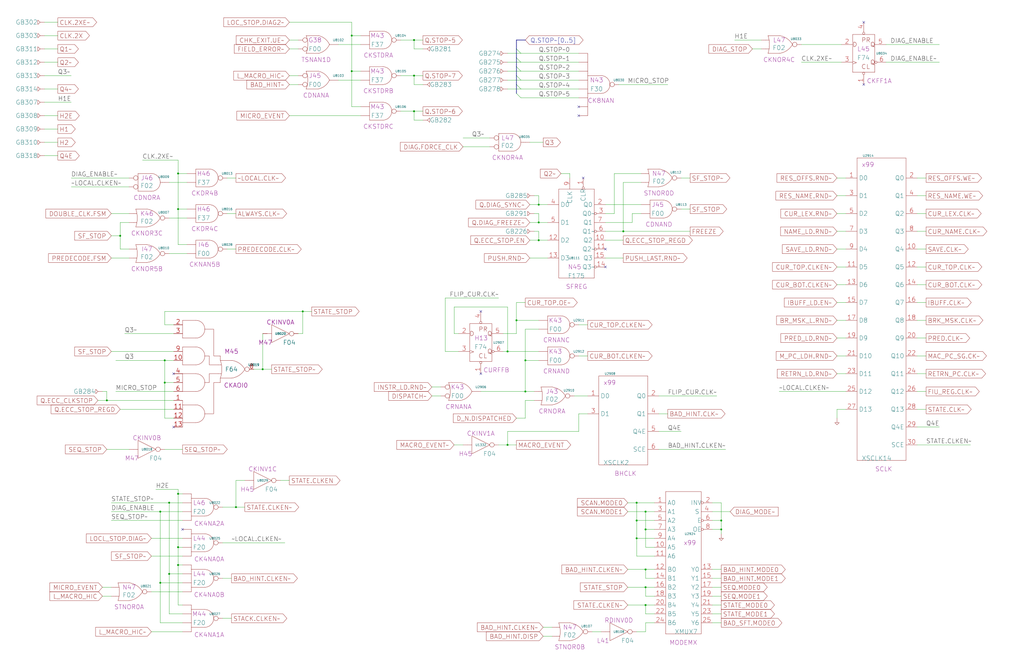
<source format=kicad_sch>
(kicad_sch (version 20230121) (generator eeschema)
  (paper "User" 584.2 378.46)
  (title_block (title "CLOCK GENERATION") (date "22-MAY-90") (rev "1.0") (comment 1 "SEQUENCER") (comment 2 "232-003064") (comment 3 "S400") (comment 4 "RELEASED"))
  (junction (at 299.72 223.52))
  (junction (at 368.3 345.44))
  (junction (at 368.3 325.12))
  (junction (at 363.22 297.18))
  (junction (at 91.44 332.74))
  (junction (at 93.98 205.74))
  (junction (at 294.64 182.88))
  (junction (at 172.72 177.8))
  (junction (at 91.44 292.1))
  (junction (at 368.3 292.1))
  (junction (at 289.56 254))
  (junction (at 355.6 132.08))
  (junction (at 411.48 297.18))
  (junction (at 363.22 287.02))
  (junction (at 289.56 200.66))
  (junction (at 236.22 43.18))
  (junction (at 60.96 228.6))
  (junction (at 368.3 302.26))
  (junction (at 200.66 20.32))
  (junction (at 101.6 99.06))
  (junction (at 200.66 40.64))
  (junction (at 101.6 322.58))
  (junction (at 101.6 281.94))
  (junction (at 363.22 307.34))
  (junction (at 236.22 63.5))
  (junction (at 134.62 289.56))
  (junction (at 68.58 134.62))
  (junction (at 96.52 327.66))
  (junction (at 101.6 312.42))
  (junction (at 307.34 127))
  (junction (at 411.48 302.26))
  (junction (at 307.34 137.16))
  (junction (at 96.52 287.02))
  (junction (at 101.6 119.38))
  (junction (at 149.86 210.82))
  (junction (at 368.3 335.28))
  (junction (at 307.34 116.84))
  (junction (at 299.72 205.74))
  (junction (at 236.22 22.86))
  (junction (at 93.98 218.44))
  (no_connect (at 330.2 66.04))
  (no_connect (at 99.06 213.36))
  (no_connect (at 104.14 302.26))
  (no_connect (at 274.32 177.8))
  (no_connect (at 345.44 142.24))
  (no_connect (at 330.2 60.96))
  (no_connect (at 492.76 12.7))
  (no_connect (at 99.06 243.84))
  (no_connect (at 332.74 101.6))
  (no_connect (at 274.32 213.36))
  (no_connect (at 492.76 48.26))
  (no_connect (at 345.44 152.4))
  (bus_entry (at 294.64 38.1) (size 2.54 2.54))
  (bus_entry (at 294.64 33.02) (size 2.54 2.54))
  (bus_entry (at 294.64 27.94) (size 2.54 2.54))
  (bus_entry (at 294.64 48.26) (size 2.54 2.54))
  (bus_entry (at 294.64 53.34) (size 2.54 2.54))
  (bus_entry (at 294.64 43.18) (size 2.54 2.54))
  (wire (pts (xy 368.3 345.44) (xy 373.38 345.44)))
  (wire (pts (xy 71.12 190.5) (xy 99.06 190.5)))
  (wire (pts (xy 477.52 162.56) (xy 482.6 162.56)))
  (wire (pts (xy 505.46 35.56) (xy 535.94 35.56)))
  (wire (pts (xy 165.1 27.94) (xy 170.18 27.94)))
  (wire (pts (xy 149.86 210.82) (xy 154.94 210.82)))
  (bus (pts (xy 294.64 22.86) (xy 294.64 27.94)))
  (wire (pts (xy 289.56 175.26) (xy 289.56 200.66)))
  (wire (pts (xy 160.02 274.32) (xy 165.1 274.32)))
  (wire (pts (xy 170.18 190.5) (xy 172.72 190.5)))
  (wire (pts (xy 477.52 121.92) (xy 482.6 121.92)))
  (wire (pts (xy 58.42 335.28) (xy 63.5 335.28)))
  (wire (pts (xy 129.54 121.92) (xy 134.62 121.92)))
  (wire (pts (xy 304.8 121.92) (xy 307.34 121.92)))
  (wire (pts (xy 477.52 101.6) (xy 482.6 101.6)))
  (wire (pts (xy 228.6 43.18) (xy 236.22 43.18)))
  (wire (pts (xy 523.24 162.56) (xy 528.32 162.56)))
  (wire (pts (xy 25.4 27.94) (xy 33.02 27.94)))
  (wire (pts (xy 304.8 228.6) (xy 299.72 228.6)))
  (wire (pts (xy 523.24 182.88) (xy 528.32 182.88)))
  (wire (pts (xy 406.4 335.28) (xy 411.48 335.28)))
  (wire (pts (xy 254 170.18) (xy 254 200.66)))
  (bus (pts (xy 294.64 33.02) (xy 294.64 38.1)))
  (wire (pts (xy 101.6 279.4) (xy 101.6 281.94)))
  (wire (pts (xy 63.5 292.1) (xy 91.44 292.1)))
  (wire (pts (xy 58.42 340.36) (xy 63.5 340.36)))
  (wire (pts (xy 127 353.06) (xy 132.08 353.06)))
  (wire (pts (xy 86.36 337.82) (xy 104.14 337.82)))
  (wire (pts (xy 101.6 99.06) (xy 101.6 119.38)))
  (wire (pts (xy 302.26 81.28) (xy 309.88 81.28)))
  (wire (pts (xy 523.24 254) (xy 553.72 254)))
  (wire (pts (xy 419.1 22.86) (xy 434.34 22.86)))
  (wire (pts (xy 477.52 238.76) (xy 477.52 233.68)))
  (wire (pts (xy 477.52 132.08) (xy 482.6 132.08)))
  (wire (pts (xy 101.6 119.38) (xy 101.6 139.7)))
  (wire (pts (xy 444.5 223.52) (xy 482.6 223.52)))
  (wire (pts (xy 165.1 12.7) (xy 200.66 12.7)))
  (wire (pts (xy 477.52 233.68) (xy 482.6 233.68)))
  (wire (pts (xy 406.4 325.12) (xy 411.48 325.12)))
  (wire (pts (xy 363.22 360.68) (xy 368.3 360.68)))
  (wire (pts (xy 523.24 243.84) (xy 535.94 243.84)))
  (wire (pts (xy 236.22 43.18) (xy 241.3 43.18)))
  (wire (pts (xy 101.6 322.58) (xy 101.6 345.44)))
  (wire (pts (xy 375.92 256.54) (xy 414.02 256.54)))
  (wire (pts (xy 363.22 317.5) (xy 363.22 307.34)))
  (wire (pts (xy 25.4 81.28) (xy 33.02 81.28)))
  (wire (pts (xy 457.2 35.56) (xy 480.06 35.56)))
  (bus (pts (xy 294.64 43.18) (xy 294.64 48.26)))
  (wire (pts (xy 477.52 213.36) (xy 482.6 213.36)))
  (wire (pts (xy 96.52 287.02) (xy 96.52 327.66)))
  (wire (pts (xy 40.64 101.6) (xy 73.66 101.6)))
  (wire (pts (xy 406.4 302.26) (xy 411.48 302.26)))
  (wire (pts (xy 363.22 287.02) (xy 363.22 297.18)))
  (wire (pts (xy 236.22 63.5) (xy 241.3 63.5)))
  (wire (pts (xy 294.64 190.5) (xy 287.02 190.5)))
  (wire (pts (xy 289.56 246.38) (xy 330.2 246.38)))
  (wire (pts (xy 96.52 327.66) (xy 96.52 350.52)))
  (wire (pts (xy 337.82 360.68) (xy 342.9 360.68)))
  (wire (pts (xy 127 309.88) (xy 162.56 309.88)))
  (bus (pts (xy 294.64 48.26) (xy 294.64 53.34)))
  (wire (pts (xy 297.18 50.8) (xy 330.2 50.8)))
  (wire (pts (xy 264.16 78.74) (xy 279.4 78.74)))
  (wire (pts (xy 307.34 116.84) (xy 312.42 116.84)))
  (wire (pts (xy 345.44 147.32) (xy 355.6 147.32)))
  (wire (pts (xy 325.12 99.06) (xy 325.12 101.6)))
  (wire (pts (xy 254 200.66) (xy 261.62 200.66)))
  (wire (pts (xy 505.46 25.4) (xy 535.94 25.4)))
  (wire (pts (xy 165.1 66.04) (xy 205.74 66.04)))
  (wire (pts (xy 523.24 203.2) (xy 528.32 203.2)))
  (wire (pts (xy 284.48 254) (xy 289.56 254)))
  (wire (pts (xy 358.14 292.1) (xy 368.3 292.1)))
  (wire (pts (xy 297.18 35.56) (xy 330.2 35.56)))
  (wire (pts (xy 523.24 213.36) (xy 528.32 213.36)))
  (wire (pts (xy 289.56 200.66) (xy 307.34 200.66)))
  (wire (pts (xy 284.48 170.18) (xy 254 170.18)))
  (wire (pts (xy 368.3 312.42) (xy 368.3 302.26)))
  (wire (pts (xy 345.44 132.08) (xy 355.6 132.08)))
  (wire (pts (xy 96.52 350.52) (xy 104.14 350.52)))
  (wire (pts (xy 330.2 203.2) (xy 335.28 203.2)))
  (wire (pts (xy 355.6 132.08) (xy 393.7 132.08)))
  (wire (pts (xy 172.72 177.8) (xy 177.8 177.8)))
  (wire (pts (xy 88.9 279.4) (xy 101.6 279.4)))
  (wire (pts (xy 307.34 132.08) (xy 307.34 137.16)))
  (wire (pts (xy 304.8 132.08) (xy 307.34 132.08)))
  (wire (pts (xy 93.98 205.74) (xy 99.06 205.74)))
  (wire (pts (xy 411.48 287.02) (xy 406.4 287.02)))
  (wire (pts (xy 101.6 312.42) (xy 101.6 322.58)))
  (wire (pts (xy 127 289.56) (xy 134.62 289.56)))
  (wire (pts (xy 304.8 111.76) (xy 307.34 111.76)))
  (wire (pts (xy 299.72 228.6) (xy 299.72 238.76)))
  (wire (pts (xy 368.3 360.68) (xy 368.3 355.6)))
  (wire (pts (xy 259.08 175.26) (xy 289.56 175.26)))
  (wire (pts (xy 330.2 185.42) (xy 335.28 185.42)))
  (wire (pts (xy 101.6 322.58) (xy 104.14 322.58)))
  (wire (pts (xy 274.32 223.52) (xy 299.72 223.52)))
  (wire (pts (xy 144.78 210.82) (xy 149.86 210.82)))
  (wire (pts (xy 91.44 292.1) (xy 91.44 332.74)))
  (wire (pts (xy 523.24 132.08) (xy 528.32 132.08)))
  (wire (pts (xy 200.66 12.7) (xy 200.66 20.32)))
  (wire (pts (xy 93.98 185.42) (xy 99.06 185.42)))
  (wire (pts (xy 297.18 40.64) (xy 330.2 40.64)))
  (wire (pts (xy 299.72 205.74) (xy 299.72 223.52)))
  (wire (pts (xy 246.38 226.06) (xy 251.46 226.06)))
  (wire (pts (xy 355.6 104.14) (xy 365.76 104.14)))
  (wire (pts (xy 345.44 137.16) (xy 355.6 137.16)))
  (wire (pts (xy 236.22 22.86) (xy 241.3 22.86)))
  (wire (pts (xy 368.3 350.52) (xy 368.3 345.44)))
  (wire (pts (xy 375.92 246.38) (xy 388.62 246.38)))
  (wire (pts (xy 307.34 121.92) (xy 307.34 127)))
  (wire (pts (xy 297.18 55.88) (xy 330.2 55.88)))
  (wire (pts (xy 149.86 190.5) (xy 149.86 210.82)))
  (wire (pts (xy 172.72 190.5) (xy 172.72 177.8)))
  (wire (pts (xy 86.36 317.5) (xy 104.14 317.5)))
  (wire (pts (xy 523.24 193.04) (xy 528.32 193.04)))
  (wire (pts (xy 25.4 35.56) (xy 33.02 35.56)))
  (wire (pts (xy 307.34 111.76) (xy 307.34 116.84)))
  (wire (pts (xy 165.1 48.26) (xy 170.18 48.26)))
  (wire (pts (xy 355.6 132.08) (xy 355.6 104.14)))
  (wire (pts (xy 299.72 223.52) (xy 304.8 223.52)))
  (wire (pts (xy 320.04 99.06) (xy 325.12 99.06)))
  (wire (pts (xy 358.14 325.12) (xy 368.3 325.12)))
  (wire (pts (xy 388.62 119.38) (xy 393.7 119.38)))
  (wire (pts (xy 68.58 127) (xy 73.66 127)))
  (wire (pts (xy 68.58 233.68) (xy 99.06 233.68)))
  (wire (pts (xy 200.66 40.64) (xy 200.66 20.32)))
  (wire (pts (xy 477.52 142.24) (xy 482.6 142.24)))
  (wire (pts (xy 523.24 142.24) (xy 528.32 142.24)))
  (wire (pts (xy 307.34 137.16) (xy 312.42 137.16)))
  (wire (pts (xy 68.58 134.62) (xy 68.58 127)))
  (wire (pts (xy 294.64 182.88) (xy 294.64 190.5)))
  (wire (pts (xy 101.6 99.06) (xy 106.68 99.06)))
  (wire (pts (xy 289.56 45.72) (xy 297.18 45.72)))
  (wire (pts (xy 368.3 292.1) (xy 368.3 302.26)))
  (wire (pts (xy 477.52 152.4) (xy 482.6 152.4)))
  (wire (pts (xy 330.2 236.22) (xy 335.28 236.22)))
  (wire (pts (xy 66.04 223.52) (xy 99.06 223.52)))
  (wire (pts (xy 299.72 172.72) (xy 294.64 172.72)))
  (wire (pts (xy 360.68 121.92) (xy 365.76 121.92)))
  (wire (pts (xy 264.16 83.82) (xy 279.4 83.82)))
  (wire (pts (xy 523.24 223.52) (xy 528.32 223.52)))
  (wire (pts (xy 477.52 203.2) (xy 482.6 203.2)))
  (wire (pts (xy 373.38 312.42) (xy 368.3 312.42)))
  (wire (pts (xy 477.52 111.76) (xy 482.6 111.76)))
  (wire (pts (xy 25.4 73.66) (xy 33.02 73.66)))
  (wire (pts (xy 200.66 40.64) (xy 200.66 60.96)))
  (wire (pts (xy 368.3 325.12) (xy 373.38 325.12)))
  (wire (pts (xy 101.6 281.94) (xy 104.14 281.94)))
  (wire (pts (xy 101.6 119.38) (xy 106.68 119.38)))
  (wire (pts (xy 373.38 317.5) (xy 363.22 317.5)))
  (wire (pts (xy 25.4 58.42) (xy 40.64 58.42)))
  (wire (pts (xy 205.74 40.64) (xy 200.66 40.64)))
  (wire (pts (xy 406.4 340.36) (xy 411.48 340.36)))
  (wire (pts (xy 101.6 91.44) (xy 101.6 99.06)))
  (wire (pts (xy 294.64 238.76) (xy 299.72 238.76)))
  (wire (pts (xy 25.4 20.32) (xy 33.02 20.32)))
  (wire (pts (xy 101.6 312.42) (xy 104.14 312.42)))
  (wire (pts (xy 307.34 205.74) (xy 299.72 205.74)))
  (wire (pts (xy 261.62 190.5) (xy 259.08 190.5)))
  (wire (pts (xy 289.56 30.48) (xy 297.18 30.48)))
  (wire (pts (xy 327.66 226.06) (xy 335.28 226.06)))
  (wire (pts (xy 350.52 99.06) (xy 365.76 99.06)))
  (wire (pts (xy 127 330.2) (xy 132.08 330.2)))
  (wire (pts (xy 81.28 91.44) (xy 101.6 91.44)))
  (wire (pts (xy 63.5 134.62) (xy 68.58 134.62)))
  (wire (pts (xy 406.4 292.1) (xy 416.56 292.1)))
  (wire (pts (xy 363.22 287.02) (xy 373.38 287.02)))
  (wire (pts (xy 66.04 205.74) (xy 93.98 205.74)))
  (wire (pts (xy 60.96 228.6) (xy 99.06 228.6)))
  (wire (pts (xy 363.22 307.34) (xy 363.22 297.18)))
  (wire (pts (xy 457.2 25.4) (xy 480.06 25.4)))
  (wire (pts (xy 289.56 50.8) (xy 297.18 50.8)))
  (wire (pts (xy 96.52 104.14) (xy 106.68 104.14)))
  (wire (pts (xy 411.48 304.8) (xy 411.48 302.26)))
  (wire (pts (xy 360.68 127) (xy 360.68 121.92)))
  (wire (pts (xy 63.5 121.92) (xy 73.66 121.92)))
  (wire (pts (xy 241.3 27.94) (xy 236.22 27.94)))
  (wire (pts (xy 368.3 355.6) (xy 373.38 355.6)))
  (wire (pts (xy 429.26 27.94) (xy 434.34 27.94)))
  (wire (pts (xy 236.22 68.58) (xy 236.22 63.5)))
  (wire (pts (xy 134.62 274.32) (xy 134.62 289.56)))
  (wire (pts (xy 241.3 48.26) (xy 236.22 48.26)))
  (wire (pts (xy 134.62 289.56) (xy 139.7 289.56)))
  (wire (pts (xy 241.3 68.58) (xy 236.22 68.58)))
  (wire (pts (xy 246.38 220.98) (xy 251.46 220.98)))
  (wire (pts (xy 101.6 281.94) (xy 101.6 312.42)))
  (wire (pts (xy 193.04 45.72) (xy 205.74 45.72)))
  (wire (pts (xy 411.48 297.18) (xy 411.48 287.02)))
  (wire (pts (xy 302.26 147.32) (xy 312.42 147.32)))
  (wire (pts (xy 523.24 152.4) (xy 528.32 152.4)))
  (wire (pts (xy 91.44 292.1) (xy 104.14 292.1)))
  (wire (pts (xy 165.1 22.86) (xy 170.18 22.86)))
  (wire (pts (xy 358.14 335.28) (xy 368.3 335.28)))
  (wire (pts (xy 25.4 66.04) (xy 33.02 66.04)))
  (wire (pts (xy 228.6 22.86) (xy 236.22 22.86)))
  (wire (pts (xy 523.24 101.6) (xy 528.32 101.6)))
  (wire (pts (xy 134.62 274.32) (xy 139.7 274.32)))
  (wire (pts (xy 93.98 185.42) (xy 93.98 177.8)))
  (wire (pts (xy 60.96 256.54) (xy 73.66 256.54)))
  (wire (pts (xy 63.5 147.32) (xy 73.66 147.32)))
  (wire (pts (xy 523.24 233.68) (xy 528.32 233.68)))
  (wire (pts (xy 93.98 177.8) (xy 172.72 177.8)))
  (bus (pts (xy 294.64 27.94) (xy 294.64 33.02)))
  (wire (pts (xy 63.5 287.02) (xy 96.52 287.02)))
  (wire (pts (xy 523.24 111.76) (xy 528.32 111.76)))
  (wire (pts (xy 63.5 297.18) (xy 104.14 297.18)))
  (wire (pts (xy 86.36 307.34) (xy 104.14 307.34)))
  (wire (pts (xy 309.88 358.14) (xy 314.96 358.14)))
  (wire (pts (xy 373.38 350.52) (xy 368.3 350.52)))
  (wire (pts (xy 345.44 127) (xy 360.68 127)))
  (wire (pts (xy 358.14 345.44) (xy 368.3 345.44)))
  (wire (pts (xy 294.64 172.72) (xy 294.64 182.88)))
  (wire (pts (xy 350.52 99.06) (xy 350.52 121.92)))
  (wire (pts (xy 406.4 350.52) (xy 411.48 350.52)))
  (wire (pts (xy 96.52 124.46) (xy 106.68 124.46)))
  (wire (pts (xy 60.96 223.52) (xy 60.96 228.6)))
  (wire (pts (xy 368.3 335.28) (xy 373.38 335.28)))
  (wire (pts (xy 373.38 330.2) (xy 368.3 330.2)))
  (wire (pts (xy 91.44 355.6) (xy 104.14 355.6)))
  (wire (pts (xy 523.24 172.72) (xy 528.32 172.72)))
  (wire (pts (xy 63.5 200.66) (xy 99.06 200.66)))
  (wire (pts (xy 353.06 48.26) (xy 381 48.26)))
  (wire (pts (xy 236.22 48.26) (xy 236.22 43.18)))
  (wire (pts (xy 375.92 236.22) (xy 381 236.22)))
  (wire (pts (xy 236.22 27.94) (xy 236.22 22.86)))
  (wire (pts (xy 259.08 190.5) (xy 259.08 175.26)))
  (wire (pts (xy 129.54 101.6) (xy 134.62 101.6)))
  (wire (pts (xy 302.26 127) (xy 307.34 127)))
  (wire (pts (xy 101.6 139.7) (xy 106.68 139.7)))
  (wire (pts (xy 406.4 297.18) (xy 411.48 297.18)))
  (bus (pts (xy 294.64 38.1) (xy 294.64 43.18)))
  (wire (pts (xy 345.44 116.84) (xy 365.76 116.84)))
  (wire (pts (xy 477.52 193.04) (xy 482.6 193.04)))
  (wire (pts (xy 86.36 360.68) (xy 104.14 360.68)))
  (wire (pts (xy 330.2 246.38) (xy 330.2 236.22)))
  (wire (pts (xy 406.4 345.44) (xy 411.48 345.44)))
  (wire (pts (xy 25.4 88.9) (xy 33.02 88.9)))
  (wire (pts (xy 101.6 345.44) (xy 104.14 345.44)))
  (wire (pts (xy 25.4 50.8) (xy 33.02 50.8)))
  (wire (pts (xy 523.24 121.92) (xy 528.32 121.92)))
  (wire (pts (xy 373.38 340.36) (xy 368.3 340.36)))
  (bus (pts (xy 294.64 22.86) (xy 299.72 22.86)))
  (wire (pts (xy 287.02 200.66) (xy 289.56 200.66)))
  (wire (pts (xy 358.14 287.02) (xy 363.22 287.02)))
  (wire (pts (xy 299.72 187.96) (xy 307.34 187.96)))
  (wire (pts (xy 200.66 20.32) (xy 205.74 20.32)))
  (wire (pts (xy 307.34 127) (xy 312.42 127)))
  (wire (pts (xy 96.52 287.02) (xy 104.14 287.02)))
  (wire (pts (xy 93.98 218.44) (xy 93.98 238.76)))
  (wire (pts (xy 165.1 43.18) (xy 170.18 43.18)))
  (wire (pts (xy 368.3 302.26) (xy 373.38 302.26)))
  (wire (pts (xy 205.74 60.96) (xy 200.66 60.96)))
  (wire (pts (xy 259.08 254) (xy 264.16 254)))
  (wire (pts (xy 25.4 43.18) (xy 40.64 43.18)))
  (wire (pts (xy 55.88 228.6) (xy 60.96 228.6)))
  (wire (pts (xy 96.52 327.66) (xy 104.14 327.66)))
  (wire (pts (xy 406.4 355.6) (xy 411.48 355.6)))
  (wire (pts (xy 297.18 30.48) (xy 330.2 30.48)))
  (wire (pts (xy 302.26 116.84) (xy 307.34 116.84)))
  (wire (pts (xy 375.92 226.06) (xy 408.94 226.06)))
  (wire (pts (xy 68.58 134.62) (xy 68.58 142.24)))
  (wire (pts (xy 309.88 363.22) (xy 314.96 363.22)))
  (wire (pts (xy 289.56 254) (xy 289.56 246.38)))
  (wire (pts (xy 477.52 182.88) (xy 482.6 182.88)))
  (wire (pts (xy 406.4 330.2) (xy 411.48 330.2)))
  (wire (pts (xy 299.72 205.74) (xy 299.72 187.96)))
  (wire (pts (xy 91.44 332.74) (xy 91.44 355.6)))
  (wire (pts (xy 368.3 325.12) (xy 368.3 330.2)))
  (wire (pts (xy 93.98 218.44) (xy 99.06 218.44)))
  (wire (pts (xy 297.18 45.72) (xy 330.2 45.72)))
  (wire (pts (xy 58.42 223.52) (xy 60.96 223.52)))
  (wire (pts (xy 411.48 302.26) (xy 411.48 297.18)))
  (wire (pts (xy 228.6 63.5) (xy 236.22 63.5)))
  (wire (pts (xy 345.44 121.92) (xy 350.52 121.92)))
  (wire (pts (xy 93.98 205.74) (xy 93.98 218.44)))
  (wire (pts (xy 91.44 332.74) (xy 104.14 332.74)))
  (wire (pts (xy 368.3 292.1) (xy 373.38 292.1)))
  (wire (pts (xy 289.56 40.64) (xy 297.18 40.64)))
  (wire (pts (xy 477.52 172.72) (xy 482.6 172.72)))
  (wire (pts (xy 368.3 335.28) (xy 368.3 340.36)))
  (wire (pts (xy 93.98 256.54) (xy 104.14 256.54)))
  (wire (pts (xy 68.58 142.24) (xy 73.66 142.24)))
  (wire (pts (xy 363.22 297.18) (xy 373.38 297.18)))
  (wire (pts (xy 193.04 25.4) (xy 205.74 25.4)))
  (wire (pts (xy 25.4 12.7) (xy 33.02 12.7)))
  (wire (pts (xy 40.64 106.68) (xy 73.66 106.68)))
  (wire (pts (xy 93.98 238.76) (xy 99.06 238.76)))
  (wire (pts (xy 373.38 307.34) (xy 363.22 307.34)))
  (wire (pts (xy 302.26 137.16) (xy 307.34 137.16)))
  (wire (pts (xy 388.62 101.6) (xy 393.7 101.6)))
  (wire (pts (xy 289.56 254) (xy 294.64 254)))
  (wire (pts (xy 129.54 142.24) (xy 134.62 142.24)))
  (wire (pts (xy 289.56 35.56) (xy 297.18 35.56)))
  (wire (pts (xy 307.34 182.88) (xy 294.64 182.88)))
  (wire (pts (xy 96.52 144.78) (xy 106.68 144.78)))
  (label "~LOCAL.CLKEN~" (at 444.5 223.52 0) (effects (font (size 2.54 2.54))))
  (label "Q4E" (at 528.32 243.84 0) (effects (font (size 2.54 2.54))))
  (label "MICRO_STOP" (at 358.14 48.26 0) (effects (font (size 2.54 2.54))))
  (label "SEQ_STOP~" (at 63.5 297.18 0) (effects (font (size 2.54 2.54))))
  (label "DIAG_ENABLE" (at 63.5 292.1 0) (effects (font (size 2.54 2.54))))
  (label "Q.STOP~5" (at 307.34 55.88 0) (effects (font (size 2.54 2.54))))
  (label "Q3~" (at 71.12 190.5 0) (effects (font (size 2.54 2.54))))
  (label "H2E" (at 88.9 279.4 0) (effects (font (size 2.54 2.54))))
  (label "STATE_STOP~" (at 63.5 287.02 0) (effects (font (size 2.54 2.54))))
  (label "CLK.2XE~" (at 81.28 91.44 0) (effects (font (size 2.54 2.54))))
  (label "CLK.2XE~" (at 457.2 35.56 0) (effects (font (size 2.54 2.54))))
  (label "~LOCAL.CLKEN~" (at 40.64 106.68 0) (effects (font (size 2.54 2.54))))
  (label "Q4E" (at 381 246.38 0) (effects (font (size 2.54 2.54))))
  (label "Q.STOP~0" (at 307.34 30.48 0) (effects (font (size 2.54 2.54))))
  (label "Q.STOP~4" (at 307.34 50.8 0) (effects (font (size 2.54 2.54))))
  (label "DIAG_ENABLE~" (at 40.64 101.6 0) (effects (font (size 2.54 2.54))))
  (label "~LOCAL.CLKEN~" (at 132.08 309.88 0) (effects (font (size 2.54 2.54))))
  (label "FLIP_CUR.CLK~" (at 381 226.06 0) (effects (font (size 2.54 2.54))))
  (label "H1E" (at 33.02 58.42 0) (effects (font (size 2.54 2.54))))
  (label "H1E" (at 419.1 22.86 0) (effects (font (size 2.54 2.54))))
  (label "STATE.CLKEN~" (at 528.32 254 0) (effects (font (size 2.54 2.54))))
  (label "Q.STOP~2" (at 307.34 40.64 0) (effects (font (size 2.54 2.54))))
  (label "MICRO_STOP" (at 66.04 223.52 0) (effects (font (size 2.54 2.54))))
  (label "Q3~" (at 269.24 78.74 0) (effects (font (size 2.54 2.54))))
  (label "Q.STOP~3" (at 307.34 45.72 0) (effects (font (size 2.54 2.54))))
  (label "FLIP_CUR.CLK~" (at 256.54 170.18 0) (effects (font (size 2.54 2.54))))
  (label "DIAG_ENABLE" (at 508 25.4 0) (effects (font (size 2.54 2.54))))
  (label "DIAG_ENABLE~" (at 508 35.56 0) (effects (font (size 2.54 2.54))))
  (label "Q3~" (at 33.02 43.18 0) (effects (font (size 2.54 2.54))))
  (label "Q.STOP~1" (at 307.34 35.56 0) (effects (font (size 2.54 2.54))))
  (label "Q3" (at 71.12 205.74 0) (effects (font (size 2.54 2.54))))
  (label "BAD_HINT.CLKEN~" (at 381 256.54 0) (effects (font (size 2.54 2.54))))
  (global_label "RES_OFFS.WE~" (shape output) (at 528.32 101.6 0) (effects (font (size 2.54 2.54))) (property "Intersheetrefs" "${INTERSHEET_REFS}" (at 559.9974 101.4413 0) (effects (font (size 1.905 1.905)) (justify left))))
  (global_label "Q.STOP~5" (shape output) (at 241.3 22.86 0) (effects (font (size 2.54 2.54))) (property "Intersheetrefs" "${INTERSHEET_REFS}" (at 263.785 22.7013 0) (effects (font (size 1.905 1.905)) (justify left))))
  (global_label "SEQ.MODE1" (shape output) (at 411.48 340.36 0) (effects (font (size 2.54 2.54))) (property "Intersheetrefs" "${INTERSHEET_REFS}" (at 437.7146 340.2013 0) (effects (font (size 1.905 1.905)) (justify left))))
  (global_label "CUR_BOT.CLK~" (shape output) (at 528.32 162.56 0) (effects (font (size 2.54 2.54))) (property "Intersheetrefs" "${INTERSHEET_REFS}" (at 560.1184 162.4013 0) (effects (font (size 1.905 1.905)) (justify left))))
  (global_label "SEQ_STOP" (shape input) (at 60.96 256.54 180) (effects (font (size 2.54 2.54))) (property "Intersheetrefs" "${INTERSHEET_REFS}" (at 37.2654 256.3813 0) (effects (font (size 1.905 1.905)) (justify right))))
  (global_label "SEQ_STOP~" (shape output) (at 104.14 256.54 0) (effects (font (size 2.54 2.54))) (property "Intersheetrefs" "${INTERSHEET_REFS}" (at 129.6489 256.3813 0) (effects (font (size 1.905 1.905)) (justify left))))
  (global_label "Q.STOP~[0..5]" (shape bidirectional) (at 299.72 22.86 0) (effects (font (size 2.54 2.54))) (property "Intersheetrefs" "${INTERSHEET_REFS}" (at 330.4298 22.7013 0) (effects (font (size 1.905 1.905)) (justify left))))
  (global_label "CUR_BOT.CLKEN~" (shape output) (at 335.28 203.2 0) (effects (font (size 2.54 2.54))) (property "Intersheetrefs" "${INTERSHEET_REFS}" (at 373.2125 203.2 0) (effects (justify left))))
  (global_label "SCAN.MODE0" (shape input) (at 358.14 287.02 180) (effects (font (size 2.54 2.54))) (property "Intersheetrefs" "${INTERSHEET_REFS}" (at 329.4864 286.8613 0) (effects (font (size 1.905 1.905)) (justify right))))
  (global_label "PREDECODE.FSM" (shape input) (at 63.5 147.32 180) (effects (font (size 2.54 2.54))) (property "Intersheetrefs" "${INTERSHEET_REFS}" (at 27.7102 147.1613 0) (effects (font (size 1.905 1.905)) (justify right))))
  (global_label "STATE_STOP" (shape input) (at 358.14 335.28 180) (effects (font (size 2.54 2.54))) (property "Intersheetrefs" "${INTERSHEET_REFS}" (at 331.0588 335.1213 0) (effects (font (size 1.905 1.905)) (justify right))))
  (global_label "STATE_MODE0" (shape output) (at 411.48 345.44 0) (effects (font (size 2.54 2.54))) (property "Intersheetrefs" "${INTERSHEET_REFS}" (at 441.827 345.2813 0) (effects (font (size 1.905 1.905)) (justify left))))
  (global_label "MAC_PC_SG.CK~" (shape output) (at 528.32 203.2 0) (effects (font (size 2.54 2.54))) (property "Intersheetrefs" "${INTERSHEET_REFS}" (at 562.7793 203.0413 0) (effects (font (size 1.905 1.905)) (justify left))))
  (global_label "PRED.CLK~" (shape output) (at 528.32 193.04 0) (effects (font (size 2.54 2.54))) (property "Intersheetrefs" "${INTERSHEET_REFS}" (at 553.2241 192.8813 0) (effects (font (size 1.905 1.905)) (justify left))))
  (global_label "IBUFF_LD.EN~" (shape input) (at 477.52 172.72 180) (effects (font (size 2.54 2.54))) (property "Intersheetrefs" "${INTERSHEET_REFS}" (at 446.24 172.72 0) (effects (justify right))))
  (global_label "L_MACRO_HIC" (shape input) (at 58.42 340.36 180) (effects (font (size 2.54 2.54))) (property "Intersheetrefs" "${INTERSHEET_REFS}" (at 28.4359 340.2013 0) (effects (font (size 1.905 1.905)) (justify right))))
  (global_label "DISPATCH~" (shape input) (at 246.38 226.06 180) (effects (font (size 2.54 2.54))) (property "Intersheetrefs" "${INTERSHEET_REFS}" (at 221.7178 225.9013 0) (effects (font (size 1.905 1.905)) (justify right))))
  (global_label "Q2~" (shape input) (at 320.04 99.06 180) (effects (font (size 2.54 2.54))) (property "Intersheetrefs" "${INTERSHEET_REFS}" (at 308.3197 98.9013 0) (effects (font (size 1.905 1.905)) (justify right))))
  (global_label "D_N.DISPATCHED" (shape input) (at 294.64 238.76 180) (effects (font (size 2.54 2.54))) (property "Intersheetrefs" "${INTERSHEET_REFS}" (at 258.6083 238.6013 0) (effects (font (size 1.905 1.905)) (justify right))))
  (global_label "RES_NAME.WE~" (shape output) (at 528.32 111.76 0) (effects (font (size 2.54 2.54))) (property "Intersheetrefs" "${INTERSHEET_REFS}" (at 560.6022 111.6013 0) (effects (font (size 1.905 1.905)) (justify left))))
  (global_label "DIAG.FORCE_CLK" (shape input) (at 264.16 83.82 180) (effects (font (size 2.54 2.54))) (property "Intersheetrefs" "${INTERSHEET_REFS}" (at 228.3702 83.6613 0) (effects (font (size 1.905 1.905)) (justify right))))
  (global_label "BAD_HINT.CLK~" (shape output) (at 381 236.22 0) (effects (font (size 2.54 2.54))) (property "Intersheetrefs" "${INTERSHEET_REFS}" (at 413.645 236.0613 0) (effects (font (size 1.905 1.905)) (justify left))))
  (global_label "Q4E" (shape output) (at 33.02 88.9 0) (effects (font (size 2.54 2.54))) (property "Intersheetrefs" "${INTERSHEET_REFS}" (at 46.3991 88.9 0) (effects (font (size 1.905 1.905)) (justify left))))
  (global_label "BAD_HINT.CLKEN~" (shape input) (at 358.14 325.12 180) (effects (font (size 2.54 2.54))) (property "Intersheetrefs" "${INTERSHEET_REFS}" (at 320.5359 324.9613 0) (effects (font (size 1.905 1.905)) (justify right))))
  (global_label "NAME_LD.RND~" (shape input) (at 477.52 132.08 180) (effects (font (size 2.54 2.54))) (property "Intersheetrefs" "${INTERSHEET_REFS}" (at 445.3588 131.9213 0) (effects (font (size 1.905 1.905)) (justify right))))
  (global_label "Q2~" (shape output) (at 33.02 35.56 0) (effects (font (size 2.54 2.54))) (property "Intersheetrefs" "${INTERSHEET_REFS}" (at 44.7403 35.4013 0) (effects (font (size 1.905 1.905)) (justify left))))
  (global_label "CLK.2XE~" (shape output) (at 33.02 12.7 0) (effects (font (size 2.54 2.54))) (property "Intersheetrefs" "${INTERSHEET_REFS}" (at 56.3171 12.7 0) (effects (font (size 1.905 1.905)) (justify left))))
  (global_label "SF_STOP" (shape input) (at 63.5 200.66 180) (effects (font (size 2.54 2.54))) (property "Intersheetrefs" "${INTERSHEET_REFS}" (at 42.5873 200.5013 0) (effects (font (size 1.905 1.905)) (justify right))))
  (global_label "Q.ECC_STOP.EN" (shape input) (at 302.26 137.16 180) (effects (font (size 2.54 2.54))) (property "Intersheetrefs" "${INTERSHEET_REFS}" (at 268.5264 137.0013 0) (effects (font (size 1.905 1.905)) (justify right))))
  (global_label "CLK.2X" (shape output) (at 33.02 20.32 0) (effects (font (size 2.54 2.54))) (property "Intersheetrefs" "${INTERSHEET_REFS}" (at 52.2047 20.32 0) (effects (font (size 1.905 1.905)) (justify left))))
  (global_label "BAD_HINT~" (shape input) (at 165.1 48.26 180) (effects (font (size 2.54 2.54))) (property "Intersheetrefs" "${INTERSHEET_REFS}" (at 140.8007 48.1013 0) (effects (font (size 1.905 1.905)) (justify right))))
  (global_label "Q.ECC_STOP_REGD" (shape output) (at 355.6 137.16 0) (effects (font (size 2.54 2.54))) (property "Intersheetrefs" "${INTERSHEET_REFS}" (at 395.3994 137.0013 0) (effects (font (size 1.905 1.905)) (justify left))))
  (global_label "Q.ECC_CLKSTOP" (shape input) (at 55.88 228.6 180) (effects (font (size 2.54 2.54))) (property "Intersheetrefs" "${INTERSHEET_REFS}" (at 20.7978 228.4413 0) (effects (font (size 1.905 1.905)) (justify right))))
  (global_label "RES_NAME.RND~" (shape input) (at 477.52 111.76 180) (effects (font (size 2.54 2.54))) (property "Intersheetrefs" "${INTERSHEET_REFS}" (at 442.6978 111.6013 0) (effects (font (size 1.905 1.905)) (justify right))))
  (global_label "SAVE_LD.RND~" (shape input) (at 477.52 142.24 180) (effects (font (size 2.54 2.54))) (property "Intersheetrefs" "${INTERSHEET_REFS}" (at 446.3264 142.0813 0) (effects (font (size 1.905 1.905)) (justify right))))
  (global_label "CUR_TOP.OE~" (shape output) (at 299.72 172.72 0) (effects (font (size 2.54 2.54))) (property "Intersheetrefs" "${INTERSHEET_REFS}" (at 329.3412 172.5613 0) (effects (font (size 1.905 1.905)) (justify left))))
  (global_label "RETRN_PC.CLK~" (shape output) (at 528.32 213.36 0) (effects (font (size 2.54 2.54))) (property "Intersheetrefs" "${INTERSHEET_REFS}" (at 562.2955 213.2013 0) (effects (font (size 1.905 1.905)) (justify left))))
  (global_label "STATE.CLK~" (shape output) (at 528.32 233.68 0) (effects (font (size 2.54 2.54))) (property "Intersheetrefs" "${INTERSHEET_REFS}" (at 555.2456 233.68 0) (effects (font (size 1.905 1.905)) (justify left))))
  (global_label "ALWAYS.CLK~" (shape output) (at 134.62 121.92 0) (effects (font (size 2.54 2.54))) (property "Intersheetrefs" "${INTERSHEET_REFS}" (at 164.6904 121.92 0) (effects (font (size 1.905 1.905)) (justify left))))
  (global_label "PUSH.RND~" (shape input) (at 302.26 147.32 180) (effects (font (size 2.54 2.54))) (property "Intersheetrefs" "${INTERSHEET_REFS}" (at 276.0073 147.1613 0) (effects (font (size 1.905 1.905)) (justify right))))
  (global_label "STATE.CLKEN~" (shape output) (at 139.7 289.56 0) (effects (font (size 2.54 2.54))) (property "Intersheetrefs" "${INTERSHEET_REFS}" (at 176.5784 289.4013 0) (effects (font (size 1.905 1.905)) (justify left))))
  (global_label "SF_STOP~" (shape output) (at 393.7 101.6 0) (effects (font (size 2.54 2.54))) (property "Intersheetrefs" "${INTERSHEET_REFS}" (at 416.427 101.4413 0) (effects (font (size 1.905 1.905)) (justify left))))
  (global_label "MACRO_EVENT~" (shape input) (at 259.08 254 180) (effects (font (size 2.54 2.54))) (property "Intersheetrefs" "${INTERSHEET_REFS}" (at 226.314 253.8413 0) (effects (font (size 1.905 1.905)) (justify right))))
  (global_label "SF_STOP" (shape output) (at 393.7 119.38 0) (effects (font (size 2.54 2.54))) (property "Intersheetrefs" "${INTERSHEET_REFS}" (at 414.6127 119.2213 0) (effects (font (size 1.905 1.905)) (justify left))))
  (global_label "M_PC_LDH.RND~" (shape input) (at 477.52 203.2 180) (effects (font (size 2.54 2.54))) (property "Intersheetrefs" "${INTERSHEET_REFS}" (at 442.8188 203.0413 0) (effects (font (size 1.905 1.905)) (justify right))))
  (global_label "RES_OFFS.RND~" (shape input) (at 477.52 101.6 180) (effects (font (size 2.54 2.54))) (property "Intersheetrefs" "${INTERSHEET_REFS}" (at 443.3026 101.4413 0) (effects (font (size 1.905 1.905)) (justify right))))
  (global_label "PRED_LD.RND~" (shape input) (at 477.52 193.04 180) (effects (font (size 2.54 2.54))) (property "Intersheetrefs" "${INTERSHEET_REFS}" (at 445.4797 192.8813 0) (effects (font (size 1.905 1.905)) (justify right))))
  (global_label "Q.STOP~7" (shape output) (at 241.3 43.18 0) (effects (font (size 2.54 2.54))) (property "Intersheetrefs" "${INTERSHEET_REFS}" (at 263.785 43.0213 0) (effects (font (size 1.905 1.905)) (justify left))))
  (global_label "BAD_SFT.MODE0" (shape output) (at 411.48 355.6 0) (effects (font (size 2.54 2.54))) (property "Intersheetrefs" "${INTERSHEET_REFS}" (at 446.0603 355.4413 0) (effects (font (size 1.905 1.905)) (justify left))))
  (global_label "CUR_LEX.RND~" (shape input) (at 477.52 121.92 180) (effects (font (size 2.54 2.54))) (property "Intersheetrefs" "${INTERSHEET_REFS}" (at 445.4797 121.7613 0) (effects (font (size 1.905 1.905)) (justify right))))
  (global_label "BAD_HINT.CLKEN~" (shape output) (at 132.08 330.2 0) (effects (font (size 2.54 2.54))) (property "Intersheetrefs" "${INTERSHEET_REFS}" (at 169.6841 330.0413 0) (effects (font (size 1.905 1.905)) (justify left))))
  (global_label "Q.STOP~6" (shape output) (at 241.3 63.5 0) (effects (font (size 2.54 2.54))) (property "Intersheetrefs" "${INTERSHEET_REFS}" (at 263.785 63.3413 0) (effects (font (size 1.905 1.905)) (justify left))))
  (global_label "MICRO_EVENT" (shape input) (at 58.42 335.28 180) (effects (font (size 2.54 2.54))) (property "Intersheetrefs" "${INTERSHEET_REFS}" (at 28.4359 335.1213 0) (effects (font (size 1.905 1.905)) (justify right))))
  (global_label "FIU_REG.CLK~" (shape output) (at 528.32 223.52 0) (effects (font (size 2.54 2.54))) (property "Intersheetrefs" "${INTERSHEET_REFS}" (at 558.667 223.3613 0) (effects (font (size 1.905 1.905)) (justify left))))
  (global_label "CUR_BOT.CLKEN~" (shape input) (at 477.52 162.56 180) (effects (font (size 2.54 2.54))) (property "Intersheetrefs" "${INTERSHEET_REFS}" (at 439.5875 162.56 0) (effects (justify right))))
  (global_label "BR_MSK_L.RND~" (shape input) (at 477.52 182.88 180) (effects (font (size 2.54 2.54))) (property "Intersheetrefs" "${INTERSHEET_REFS}" (at 443.0607 182.7213 0) (effects (font (size 1.905 1.905)) (justify right))))
  (global_label "INSTR_LD.RND~" (shape input) (at 246.38 220.98 180) (effects (font (size 2.54 2.54))) (property "Intersheetrefs" "${INTERSHEET_REFS}" (at 213.493 220.8213 0) (effects (font (size 1.905 1.905)) (justify right))))
  (global_label "DIAG_STOP" (shape input) (at 429.26 27.94 180) (effects (font (size 2.54 2.54))) (property "Intersheetrefs" "${INTERSHEET_REFS}" (at 404.4769 27.7813 0) (effects (font (size 1.905 1.905)) (justify right))))
  (global_label "MACRO_EVENT" (shape output) (at 294.64 254 0) (effects (font (size 2.54 2.54))) (property "Intersheetrefs" "${INTERSHEET_REFS}" (at 325.5917 253.8413 0) (effects (font (size 1.905 1.905)) (justify left))))
  (global_label "FIELD_ERROR~" (shape input) (at 165.1 27.94 180) (effects (font (size 2.54 2.54))) (property "Intersheetrefs" "${INTERSHEET_REFS}" (at 133.6645 27.7813 0) (effects (font (size 1.905 1.905)) (justify right))))
  (global_label "Q.ECC_STOP_REGD" (shape input) (at 68.58 233.68 180) (effects (font (size 2.54 2.54))) (property "Intersheetrefs" "${INTERSHEET_REFS}" (at 28.7806 233.5213 0) (effects (font (size 1.905 1.905)) (justify right))))
  (global_label "CUR_TOP.CLK~" (shape output) (at 528.32 152.4 0) (effects (font (size 2.54 2.54))) (property "Intersheetrefs" "${INTERSHEET_REFS}" (at 560.1184 152.2413 0) (effects (font (size 1.905 1.905)) (justify left))))
  (global_label "SF_STOP" (shape input) (at 63.5 134.62 180) (effects (font (size 2.54 2.54))) (property "Intersheetrefs" "${INTERSHEET_REFS}" (at 42.5873 134.4613 0) (effects (font (size 1.905 1.905)) (justify right))))
  (global_label "PUSH_LAST.RND~" (shape output) (at 355.6 147.32 0) (effects (font (size 2.54 2.54))) (property "Intersheetrefs" "${INTERSHEET_REFS}" (at 391.9946 147.1613 0) (effects (font (size 1.905 1.905)) (justify left))))
  (global_label "BAD_HINT.CLKEN~" (shape input) (at 309.88 358.14 180) (effects (font (size 2.54 2.54))) (property "Intersheetrefs" "${INTERSHEET_REFS}" (at 272.2759 357.9813 0) (effects (font (size 1.905 1.905)) (justify right))))
  (global_label "DOUBLE_CLK.FSM" (shape input) (at 63.5 121.92 180) (effects (font (size 2.54 2.54))) (property "Intersheetrefs" "${INTERSHEET_REFS}" (at 26.1378 121.7613 0) (effects (font (size 1.905 1.905)) (justify right))))
  (global_label "LOCL_STOP.DIAG~" (shape input) (at 86.36 307.34 180) (effects (font (size 2.54 2.54))) (property "Intersheetrefs" "${INTERSHEET_REFS}" (at 49.2397 307.1813 0) (effects (font (size 1.905 1.905)) (justify right))))
  (global_label "BAD_HINT.MODE0" (shape output) (at 411.48 325.12 0) (effects (font (size 2.54 2.54))) (property "Intersheetrefs" "${INTERSHEET_REFS}" (at 447.9955 324.9613 0) (effects (font (size 1.905 1.905)) (justify left))))
  (global_label "LOC_STOP.DIAG2~" (shape input) (at 165.1 12.7 180) (effects (font (size 2.54 2.54))) (property "Intersheetrefs" "${INTERSHEET_REFS}" (at 127.6169 12.5413 0) (effects (font (size 1.905 1.905)) (justify right))))
  (global_label "RETRN_LD.RND~" (shape input) (at 477.52 213.36 180) (effects (font (size 2.54 2.54))) (property "Intersheetrefs" "${INTERSHEET_REFS}" (at 443.4235 213.2013 0) (effects (font (size 1.905 1.905)) (justify right))))
  (global_label "STATE_STOP" (shape output) (at 177.8 177.8 0) (effects (font (size 2.54 2.54))) (property "Intersheetrefs" "${INTERSHEET_REFS}" (at 204.8812 177.6413 0) (effects (font (size 1.905 1.905)) (justify left))))
  (global_label "H2" (shape output) (at 33.02 81.28 0) (effects (font (size 2.54 2.54))) (property "Intersheetrefs" "${INTERSHEET_REFS}" (at 43.7834 81.28 0) (effects (font (size 1.905 1.905)) (justify left))))
  (global_label "CUR_TOP.CLKEN~" (shape input) (at 477.52 152.4 180) (effects (font (size 2.54 2.54))) (property "Intersheetrefs" "${INTERSHEET_REFS}" (at 439.5875 152.4 0) (effects (justify right))))
  (global_label "IBUFF.CLK~" (shape output) (at 528.32 172.72 0) (effects (font (size 2.54 2.54))) (property "Intersheetrefs" "${INTERSHEET_REFS}" (at 554.0708 172.5613 0) (effects (font (size 1.905 1.905)) (justify left))))
  (global_label "SAVE.CLK~" (shape output) (at 528.32 142.24 0) (effects (font (size 2.54 2.54))) (property "Intersheetrefs" "${INTERSHEET_REFS}" (at 552.3774 142.0813 0) (effects (font (size 1.905 1.905)) (justify left))))
  (global_label "BAD_HINT.MODE1" (shape output) (at 411.48 330.2 0) (effects (font (size 2.54 2.54))) (property "Intersheetrefs" "${INTERSHEET_REFS}" (at 447.9955 330.0413 0) (effects (font (size 1.905 1.905)) (justify left))))
  (global_label "H1" (shape output) (at 33.02 73.66 0) (effects (font (size 2.54 2.54))) (property "Intersheetrefs" "${INTERSHEET_REFS}" (at 43.7834 73.66 0) (effects (font (size 1.905 1.905)) (justify left))))
  (global_label "SCAN.MODE1" (shape input) (at 358.14 292.1 180) (effects (font (size 2.54 2.54))) (property "Intersheetrefs" "${INTERSHEET_REFS}" (at 329.4864 291.9413 0) (effects (font (size 1.905 1.905)) (justify right))))
  (global_label "Q3" (shape output) (at 309.88 81.28 0) (effects (font (size 2.54 2.54))) (property "Intersheetrefs" "${INTERSHEET_REFS}" (at 319.786 81.1213 0) (effects (font (size 1.905 1.905)) (justify left))))
  (global_label "PREDECODE.CLK~" (shape output) (at 134.62 142.24 0) (effects (font (size 2.54 2.54))) (property "Intersheetrefs" "${INTERSHEET_REFS}" (at 171.8612 142.0813 0) (effects (font (size 1.905 1.905)) (justify left))))
  (global_label "CUR_TOP.CLKEN~" (shape output) (at 335.28 185.42 0) (effects (font (size 2.54 2.54))) (property "Intersheetrefs" "${INTERSHEET_REFS}" (at 373.2125 185.42 0) (effects (justify left))))
  (global_label "L_MACRO_HIC~" (shape input) (at 165.1 43.18 180) (effects (font (size 2.54 2.54))) (property "Intersheetrefs" "${INTERSHEET_REFS}" (at 133.3016 43.0213 0) (effects (font (size 1.905 1.905)) (justify right))))
  (global_label "STATE_STOP~" (shape output) (at 154.94 210.82 0) (effects (font (size 2.54 2.54))) (property "Intersheetrefs" "${INTERSHEET_REFS}" (at 183.8355 210.6613 0) (effects (font (size 1.905 1.905)) (justify left))))
  (global_label "Q1~" (shape output) (at 33.02 27.94 0) (effects (font (size 2.54 2.54))) (property "Intersheetrefs" "${INTERSHEET_REFS}" (at 45.5977 27.94 0) (effects (font (size 1.905 1.905)) (justify left))))
  (global_label "SEQ.MODE0" (shape output) (at 411.48 335.28 0) (effects (font (size 2.54 2.54))) (property "Intersheetrefs" "${INTERSHEET_REFS}" (at 437.7146 335.1213 0) (effects (font (size 1.905 1.905)) (justify left))))
  (global_label "Q.DIAG_SYNC~" (shape input) (at 302.26 116.84 180) (effects (font (size 2.54 2.54))) (property "Intersheetrefs" "${INTERSHEET_REFS}" (at 271.5502 116.6813 0) (effects (font (size 1.905 1.905)) (justify right))))
  (global_label "FREEZE" (shape output) (at 393.7 132.08 0) (effects (font (size 2.54 2.54))) (property "Intersheetrefs" "${INTERSHEET_REFS}" (at 412.5565 131.9213 0) (effects (font (size 1.905 1.905)) (justify left))))
  (global_label "STACK.CLKEN~" (shape output) (at 132.08 353.06 0) (effects (font (size 2.54 2.54))) (property "Intersheetrefs" "${INTERSHEET_REFS}" (at 163.6365 352.9013 0) (effects (font (size 1.905 1.905)) (justify left))))
  (global_label "BAD_HINT.DISP" (shape input) (at 309.88 363.22 180) (effects (font (size 2.54 2.54))) (property "Intersheetrefs" "${INTERSHEET_REFS}" (at 277.4769 363.0613 0) (effects (font (size 1.905 1.905)) (justify right))))
  (global_label "H2E" (shape output) (at 33.02 66.04 0) (effects (font (size 2.54 2.54))) (property "Intersheetrefs" "${INTERSHEET_REFS}" (at 45.2241 65.8813 0) (effects (font (size 1.905 1.905)) (justify left))))
  (global_label "Q.DIAG_FREEZE~" (shape input) (at 302.26 127 180) (effects (font (size 2.54 2.54))) (property "Intersheetrefs" "${INTERSHEET_REFS}" (at 267.3169 126.8413 0) (effects (font (size 1.905 1.905)) (justify right))))
  (global_label "L_MACRO_HIC~" (shape input) (at 86.36 360.68 180) (effects (font (size 2.54 2.54))) (property "Intersheetrefs" "${INTERSHEET_REFS}" (at 54.5616 360.5213 0) (effects (font (size 1.905 1.905)) (justify right))))
  (global_label "STATE.CLKEN~" (shape input) (at 358.14 345.44 180) (effects (font (size 2.54 2.54))) (property "Intersheetrefs" "${INTERSHEET_REFS}" (at 321.2616 345.2813 0) (effects (font (size 1.905 1.905)) (justify right))))
  (global_label "SF_STOP~" (shape input) (at 86.36 317.5 180) (effects (font (size 2.54 2.54))) (property "Intersheetrefs" "${INTERSHEET_REFS}" (at 63.633 317.3413 0) (effects (font (size 1.905 1.905)) (justify right))))
  (global_label "~LOCAL.CLK~" (shape output) (at 134.62 101.6 0) (effects (font (size 2.54 2.54))) (property "Intersheetrefs" "${INTERSHEET_REFS}" (at 162.9108 101.4413 0) (effects (font (size 1.905 1.905)) (justify left))))
  (global_label "CHK_EXIT.UE~" (shape input) (at 165.1 22.86 180) (effects (font (size 2.54 2.54))) (property "Intersheetrefs" "${INTERSHEET_REFS}" (at 134.753 22.7013 0) (effects (font (size 1.905 1.905)) (justify right))))
  (global_label "STATE_MODE1" (shape output) (at 411.48 350.52 0) (effects (font (size 2.54 2.54))) (property "Intersheetrefs" "${INTERSHEET_REFS}" (at 441.827 350.3613 0) (effects (font (size 1.905 1.905)) (justify left))))
  (global_label "MICRO_EVENT" (shape input) (at 165.1 66.04 180) (effects (font (size 2.54 2.54))) (property "Intersheetrefs" "${INTERSHEET_REFS}" (at 135.1159 65.8813 0) (effects (font (size 1.905 1.905)) (justify right))))
  (global_label "Q4~" (shape output) (at 33.02 50.8 0) (effects (font (size 2.54 2.54))) (property "Intersheetrefs" "${INTERSHEET_REFS}" (at 44.7403 50.6413 0) (effects (font (size 1.905 1.905)) (justify left))))
  (global_label "CUR_NAME.CLK~" (shape output) (at 528.32 132.08 0) (effects (font (size 2.54 2.54))) (property "Intersheetrefs" "${INTERSHEET_REFS}" (at 563.0212 131.9213 0) (effects (font (size 1.905 1.905)) (justify left))))
  (global_label "BRK_MSK.CLK~" (shape output) (at 528.32 182.88 0) (effects (font (size 2.54 2.54))) (property "Intersheetrefs" "${INTERSHEET_REFS}" (at 560.7231 182.7213 0) (effects (font (size 1.905 1.905)) (justify left))))
  (global_label "CUR_LEX.CLK~" (shape output) (at 528.32 121.92 0) (effects (font (size 2.54 2.54))) (property "Intersheetrefs" "${INTERSHEET_REFS}" (at 559.7555 121.7613 0) (effects (font (size 1.905 1.905)) (justify left))))
  (global_label "STATE.CLKEN" (shape output) (at 165.1 274.32 0) (effects (font (size 2.54 2.54))) (property "Intersheetrefs" "${INTERSHEET_REFS}" (at 193.9955 274.1613 0) (effects (font (size 1.905 1.905)) (justify left))))
  (global_label "DIAG_MODE~" (shape input) (at 416.56 292.1 0) (effects (font (size 2.54 2.54))) (property "Intersheetrefs" "${INTERSHEET_REFS}" (at 444.0041 291.9413 0) (effects (font (size 1.905 1.905)) (justify left))))
  (symbol (lib_id "r1000:GB") (at 25.4 81.28 0) (mirror y) (unit 1)
    (property "Reference" "GB310" (at 21.59 81.28 0) (effects (font (size 2.54 2.54)) (justify left)))
    (property "Value" "GB" (effects hide))
  )
  (symbol (lib_id "r1000:GB") (at 25.4 35.56 0) (mirror y) (unit 1)
    (property "Reference" "GB312" (at 21.59 35.56 0) (effects (font (size 2.54 2.54)) (justify left)))
    (property "Value" "GB" (effects hide))
  )
  (symbol (lib_id "r1000:F02") (at 81.28 101.6 0) (unit 1) (convert 2)
    (property "Reference" "U8009" (at 93.44 100.965 0))
    (property "Value" "F02" (at 80.01 106.045 0) (effects (font (size 2.54 2.54)) (justify left)))
    (property "Location" "J46" (at 83.82 101.6 0) (effects (font (size 2.54 2.54))))
    (property "Name" "CDNORA" (at 83.82 114.3 0) (effects (font (size 2.54 2.54)) (justify bottom)))
  )
  (symbol (lib_id "r1000:GB") (at 25.4 50.8 0) (mirror y) (unit 1)
    (property "Reference" "GB314" (at 21.59 50.8 0) (effects (font (size 2.54 2.54)) (justify left)))
    (property "Value" "GB" (effects hide))
  )
  (symbol (lib_id "r1000:F64") (at 129.54 210.82 0) (unit 1)
    (property "Reference" "U8019" (at 144.78 208.28 0))
    (property "Value" "F64" (at 132.08 210.82 0) (effects (font (size 2.54 2.54))))
    (property "Location" "M45" (at 132.08 200.66 0) (effects (font (size 2.54 2.54))))
    (property "Name" "CKAOI0" (at 134.62 221.44 0) (effects (font (size 2.54 2.54)) (justify bottom)))
  )
  (symbol (lib_id "r1000:F04") (at 160.02 190.5 0) (unit 1)
    (property "Reference" "U8020" (at 160.02 190.5 0))
    (property "Value" "F04" (at 161.29 195.58 0) (effects (font (size 2.54 2.54)) (justify left)))
    (property "Location" "M47" (at 147.32 195.58 0) (effects (font (size 2.54 2.54)) (justify left)))
    (property "Name" "CKINV0A" (at 160.02 185.42 0) (effects (font (size 2.54 2.54)) (justify bottom)))
  )
  (symbol (lib_id "r1000:F20") (at 114.3 330.2 0) (unit 1)
    (property "Reference" "U8026" (at 122.555 327.66 0))
    (property "Value" "F20" (at 113.665 332.74 0) (effects (font (size 2.54 2.54))))
    (property "Location" "L44" (at 113.665 327.66 0) (effects (font (size 2.54 2.54))))
    (property "Name" "CK4NA0B" (at 119.38 340.995 0) (effects (font (size 2.54 2.54)) (justify bottom)))
  )
  (symbol (lib_id "r1000:XMUX7") (at 391.16 309.88 0) (unit 1)
    (property "Reference" "U2924" (at 393.7 304.8 0))
    (property "Value" "XMUX7" (at 384.81 360.68 0) (effects (font (size 2.54 2.54)) (justify left)))
    (property "Location" "x99" (at 389.89 309.88 0) (effects (font (size 2.54 2.54)) (justify left)))
    (property "Name" "MODEMX" (at 389.89 368.3 0) (effects (font (size 2.54 2.54)) (justify bottom)))
  )
  (symbol (lib_id "r1000:F02") (at 373.38 99.06 0) (unit 1)
    (property "Reference" "U8112" (at 385.54 98.425 0))
    (property "Value" "F02" (at 372.11 103.505 0) (effects (font (size 2.54 2.54)) (justify left)))
    (property "Location" "N47" (at 375.92 99.06 0) (effects (font (size 2.54 2.54))))
    (property "Name" "STNOR0D" (at 375.92 111.76 0) (effects (font (size 2.54 2.54)) (justify bottom)))
  )
  (symbol (lib_id "r1000:F02") (at 71.12 335.28 0) (unit 1)
    (property "Reference" "U8021" (at 83.28 334.645 0))
    (property "Value" "F02" (at 69.85 339.725 0) (effects (font (size 2.54 2.54)) (justify left)))
    (property "Location" "N47" (at 73.66 335.28 0) (effects (font (size 2.54 2.54))))
    (property "Name" "STNOR0A" (at 73.66 347.98 0) (effects (font (size 2.54 2.54)) (justify bottom)))
  )
  (symbol (lib_id "r1000:F00") (at 314.96 182.88 0) (unit 1)
    (property "Reference" "U2911" (at 330.2 182.88 0))
    (property "Value" "F00" (at 316.865 187.96 0) (effects (font (size 2.54 2.54))))
    (property "Location" "K43" (at 316.865 182.88 0) (effects (font (size 2.54 2.54))))
    (property "Name" "CRNANC" (at 317.5 195.58 0) (effects (font (size 2.54 2.54)) (justify bottom)))
  )
  (symbol (lib_id "r1000:F37") (at 213.36 60.96 0) (unit 1)
    (property "Reference" "U8106" (at 228.6 60.96 0))
    (property "Value" "F37" (at 215.265 66.04 0) (effects (font (size 2.54 2.54))))
    (property "Location" "M43" (at 215.265 60.96 0) (effects (font (size 2.54 2.54))))
    (property "Name" "CKSTDRC" (at 215.9 73.66 0) (effects (font (size 2.54 2.54)) (justify bottom)))
  )
  (symbol (lib_id "r1000:GB") (at 25.4 43.18 0) (mirror y) (unit 1)
    (property "Reference" "GB313" (at 21.59 43.18 0) (effects (font (size 2.54 2.54)) (justify left)))
    (property "Value" "GB" (effects hide))
  )
  (symbol (lib_id "r1000:F20") (at 114.3 289.56 0) (unit 1)
    (property "Reference" "U8022" (at 122.555 287.02 0))
    (property "Value" "F20" (at 113.665 292.1 0) (effects (font (size 2.54 2.54))))
    (property "Location" "L46" (at 113.665 287.02 0) (effects (font (size 2.54 2.54))))
    (property "Name" "CK4NA2A" (at 119.38 300.355 0) (effects (font (size 2.54 2.54)) (justify bottom)))
  )
  (symbol (lib_id "r1000:GB") (at 58.42 223.52 0) (mirror y) (unit 1)
    (property "Reference" "GB284" (at 54.61 223.52 0) (effects (font (size 2.54 2.54)) (justify left)))
    (property "Value" "GB" (effects hide))
  )
  (symbol (lib_id "r1000:F74") (at 490.22 27.94 0) (unit 1)
    (property "Reference" "U8034" (at 502.92 30.48 0))
    (property "Value" "F74" (at 488.95 33.02 0) (effects (font (size 2.54 2.54)) (justify left)))
    (property "Location" "L45" (at 488.95 27.94 0) (effects (font (size 2.54 2.54)) (justify left)))
    (property "Name" "CKFF1A" (at 501.65 47.625 0) (effects (font (size 2.54 2.54)) (justify bottom)))
  )
  (symbol (lib_id "r1000:F00") (at 259.08 220.98 0) (unit 1) (convert 2)
    (property "Reference" "U2906" (at 274.32 220.98 0))
    (property "Value" "F00" (at 260.985 226.06 0) (effects (font (size 2.54 2.54))))
    (property "Location" "K43" (at 260.985 220.98 0) (effects (font (size 2.54 2.54))))
    (property "Name" "CRNANA" (at 261.62 233.68 0) (effects (font (size 2.54 2.54)) (justify bottom)))
  )
  (symbol (lib_id "r1000:F00") (at 314.96 200.66 0) (unit 1)
    (property "Reference" "U2912" (at 330.2 200.66 0))
    (property "Value" "F00" (at 316.865 205.74 0) (effects (font (size 2.54 2.54))))
    (property "Location" "K43" (at 316.865 200.66 0) (effects (font (size 2.54 2.54))))
    (property "Name" "CRNAND" (at 317.5 213.36 0) (effects (font (size 2.54 2.54)) (justify bottom)))
  )
  (symbol (lib_id "r1000:F02") (at 312.42 223.52 0) (unit 1)
    (property "Reference" "U2910" (at 324.58 222.885 0))
    (property "Value" "F02" (at 311.15 227.965 0) (effects (font (size 2.54 2.54)) (justify left)))
    (property "Location" "J43" (at 314.96 223.52 0) (effects (font (size 2.54 2.54))))
    (property "Name" "CRNORA" (at 314.96 236.22 0) (effects (font (size 2.54 2.54)) (justify bottom)))
  )
  (symbol (lib_id "r1000:GB") (at 289.56 45.72 0) (mirror y) (unit 1)
    (property "Reference" "GB277" (at 285.75 45.72 0) (effects (font (size 2.54 2.54)) (justify left)))
    (property "Value" "GB" (effects hide))
  )
  (symbol (lib_id "r1000:GB") (at 289.56 30.48 0) (mirror y) (unit 1)
    (property "Reference" "GB274" (at 285.75 30.48 0) (effects (font (size 2.54 2.54)) (justify left)))
    (property "Value" "GB" (effects hide))
  )
  (symbol (lib_id "r1000:F37") (at 213.36 20.32 0) (unit 1)
    (property "Reference" "U8104" (at 228.6 20.32 0))
    (property "Value" "F37" (at 215.265 25.4 0) (effects (font (size 2.54 2.54))))
    (property "Location" "M43" (at 215.265 20.32 0) (effects (font (size 2.54 2.54))))
    (property "Name" "CKSTDRA" (at 215.9 33.02 0) (effects (font (size 2.54 2.54)) (justify bottom)))
  )
  (symbol (lib_id "r1000:F02") (at 81.28 142.24 0) (unit 1)
    (property "Reference" "U8010" (at 93.44 141.605 0))
    (property "Value" "F02" (at 80.01 146.685 0) (effects (font (size 2.54 2.54)) (justify left)))
    (property "Location" "I47" (at 83.82 142.24 0) (effects (font (size 2.54 2.54))))
    (property "Name" "CKNOR5B" (at 83.82 154.94 0) (effects (font (size 2.54 2.54)) (justify bottom)))
  )
  (symbol (lib_id "r1000:F37") (at 114.3 99.06 0) (unit 1)
    (property "Reference" "U8013" (at 129.54 99.06 0))
    (property "Value" "F37" (at 116.205 104.14 0) (effects (font (size 2.54 2.54))))
    (property "Location" "H46" (at 116.205 99.06 0) (effects (font (size 2.54 2.54))))
    (property "Name" "CKDR4B" (at 116.84 111.76 0) (effects (font (size 2.54 2.54)) (justify bottom)))
  )
  (symbol (lib_id "r1000:GB") (at 25.4 27.94 0) (mirror y) (unit 1)
    (property "Reference" "GB311" (at 21.59 27.94 0) (effects (font (size 2.54 2.54)) (justify left)))
    (property "Value" "GB" (effects hide))
  )
  (symbol (lib_id "r1000:F20") (at 114.3 309.88 0) (unit 1)
    (property "Reference" "U8025" (at 122.555 307.34 0))
    (property "Value" "F20" (at 113.665 312.42 0) (effects (font (size 2.54 2.54))))
    (property "Location" "L44" (at 113.665 307.34 0) (effects (font (size 2.54 2.54))))
    (property "Name" "CK4NA0A" (at 119.38 320.675 0) (effects (font (size 2.54 2.54)) (justify bottom)))
  )
  (symbol (lib_id "r1000:GB") (at 289.56 50.8 0) (mirror y) (unit 1)
    (property "Reference" "GB278" (at 285.75 50.8 0) (effects (font (size 2.54 2.54)) (justify left)))
    (property "Value" "GB" (effects hide))
  )
  (symbol (lib_id "r1000:GB") (at 289.56 40.64 0) (mirror y) (unit 1)
    (property "Reference" "GB276" (at 285.75 40.64 0) (effects (font (size 2.54 2.54)) (justify left)))
    (property "Value" "GB" (effects hide))
  )
  (symbol (lib_id "r1000:GB") (at 25.4 12.7 0) (mirror y) (unit 1)
    (property "Reference" "GB302" (at 21.59 12.7 0) (effects (font (size 2.54 2.54)) (justify left)))
    (property "Value" "GB" (effects hide))
  )
  (symbol (lib_id "r1000:F02") (at 441.96 22.86 0) (unit 1)
    (property "Reference" "U8033" (at 454.12 22.225 0))
    (property "Value" "F02" (at 440.69 27.305 0) (effects (font (size 2.54 2.54)) (justify left)))
    (property "Location" "L47" (at 444.5 22.86 0) (effects (font (size 2.54 2.54))))
    (property "Name" "CKNOR4C" (at 444.5 35.56 0) (effects (font (size 2.54 2.54)) (justify bottom)))
  )
  (symbol (lib_id "r1000:GB") (at 25.4 58.42 0) (mirror y) (unit 1)
    (property "Reference" "GB307" (at 21.59 58.42 0) (effects (font (size 2.54 2.54)) (justify left)))
    (property "Value" "GB" (effects hide))
  )
  (symbol (lib_id "r1000:F37") (at 213.36 40.64 0) (unit 1)
    (property "Reference" "U8105" (at 228.6 40.64 0))
    (property "Value" "F37" (at 215.265 45.72 0) (effects (font (size 2.54 2.54))))
    (property "Location" "M43" (at 215.265 40.64 0) (effects (font (size 2.54 2.54))))
    (property "Name" "CKSTDRB" (at 215.9 53.34 0) (effects (font (size 2.54 2.54)) (justify bottom)))
  )
  (symbol (lib_id "r1000:F00") (at 177.8 43.18 0) (unit 1) (convert 2)
    (property "Reference" "U8103" (at 193.04 43.18 0))
    (property "Value" "F00" (at 179.705 48.26 0) (effects (font (size 2.54 2.54))))
    (property "Location" "J45" (at 179.705 43.18 0) (effects (font (size 2.54 2.54))))
    (property "Name" "CDNANA" (at 180.34 55.88 0) (effects (font (size 2.54 2.54)) (justify bottom)))
  )
  (symbol (lib_id "r1000:F30") (at 337.82 48.26 0) (unit 1)
    (property "Reference" "U8030" (at 353.06 45.72 0))
    (property "Value" "F30" (at 340.36 50.8 0) (effects (font (size 2.54 2.54))))
    (property "Location" "N43" (at 340.36 45.72 0) (effects (font (size 2.54 2.54))))
    (property "Name" "CK8NAN" (at 342.9 58.88 0) (effects (font (size 2.54 2.54)) (justify bottom)))
  )
  (symbol (lib_id "r1000:GB") (at 289.56 35.56 0) (mirror y) (unit 1)
    (property "Reference" "GB275" (at 285.75 35.56 0) (effects (font (size 2.54 2.54)) (justify left)))
    (property "Value" "GB" (effects hide))
  )
  (symbol (lib_id "r1000:F74") (at 271.78 193.04 0) (unit 1)
    (property "Reference" "U2907" (at 284.48 195.58 0))
    (property "Value" "F74" (at 270.51 198.12 0) (effects (font (size 2.54 2.54)) (justify left)))
    (property "Location" "H13" (at 270.51 193.04 0) (effects (font (size 2.54 2.54)) (justify left)))
    (property "Name" "CURFFB" (at 283.21 212.725 0) (effects (font (size 2.54 2.54)) (justify bottom)))
  )
  (symbol (lib_id "r1000:GB") (at 304.8 111.76 0) (mirror y) (unit 1)
    (property "Reference" "GB285" (at 300.99 111.76 0) (effects (font (size 2.54 2.54)) (justify left)))
    (property "Value" "GB" (effects hide))
  )
  (symbol (lib_id "r1000:GB") (at 241.3 48.26 0) (unit 1)
    (property "Reference" "GB283" (at 245.11 48.26 0) (effects (font (size 2.54 2.54)) (justify left)))
    (property "Value" "GB" (effects hide))
  )
  (symbol (lib_id "r1000:F02") (at 287.02 78.74 0) (unit 1) (convert 2)
    (property "Reference" "U8035" (at 299.18 78.105 0))
    (property "Value" "F02" (at 285.75 83.185 0) (effects (font (size 2.54 2.54)) (justify left)))
    (property "Location" "L47" (at 289.56 78.74 0) (effects (font (size 2.54 2.54))))
    (property "Name" "CKNOR4A" (at 289.56 91.44 0) (effects (font (size 2.54 2.54)) (justify bottom)))
  )
  (symbol (lib_id "r1000:GB") (at 25.4 88.9 0) (mirror y) (unit 1)
    (property "Reference" "GB318" (at 21.59 88.9 0) (effects (font (size 2.54 2.54)) (justify left)))
    (property "Value" "GB" (effects hide))
  )
  (symbol (lib_id "r1000:GB") (at 304.8 132.08 0) (mirror y) (unit 1)
    (property "Reference" "GB226" (at 300.99 132.08 0) (effects (font (size 2.54 2.54)) (justify left)))
    (property "Value" "GB" (effects hide))
  )
  (symbol (lib_id "r1000:GB") (at 25.4 20.32 0) (mirror y) (unit 1)
    (property "Reference" "GB303" (at 21.59 20.32 0) (effects (font (size 2.54 2.54)) (justify left)))
    (property "Value" "GB" (effects hide))
  )
  (symbol (lib_id "r1000:F04") (at 274.32 254 0) (unit 1)
    (property "Reference" "U1332" (at 274.32 254 0))
    (property "Value" "F04" (at 275.59 259.08 0) (effects (font (size 2.54 2.54)) (justify left)))
    (property "Location" "H45" (at 261.62 259.08 0) (effects (font (size 2.54 2.54)) (justify left)))
    (property "Name" "CKINV1A" (at 274.32 248.92 0) (effects (font (size 2.54 2.54)) (justify bottom)))
    (instances (project "SEQ" (path "" (reference "U1332") (unit 1)) (path "" (reference "U3001") (unit 1))))
  )
  (symbol (lib_id "r1000:F02") (at 81.28 121.92 0) (unit 1)
    (property "Reference" "U8007" (at 93.44 121.285 0))
    (property "Value" "F02" (at 80.01 126.365 0) (effects (font (size 2.54 2.54)) (justify left)))
    (property "Location" "K46" (at 83.82 121.92 0) (effects (font (size 2.54 2.54))))
    (property "Name" "CKNOR3C" (at 83.82 134.62 0) (effects (font (size 2.54 2.54)) (justify bottom)))
  )
  (symbol (lib_id "r1000:PD") (at 411.48 304.8 0) (unit 1) (in_bom no)
    (property "Reference" "#PWR02901" (effects hide))
    (property "Value" "PD" (effects hide))
  )
  (symbol (lib_id "r1000:GB") (at 25.4 73.66 0) (mirror y) (unit 1)
    (property "Reference" "GB309" (at 21.59 73.66 0) (effects (font (size 2.54 2.54)) (justify left)))
    (property "Value" "GB" (effects hide))
  )
  (symbol (lib_id "r1000:XSCLK2") (at 345.44 218.44 0) (unit 1)
    (property "Reference" "U2908" (at 347.98 213.36 0))
    (property "Value" "XSCLK2" (at 344.17 264.16 0) (effects (font (size 2.54 2.54)) (justify left)))
    (property "Location" "x99" (at 344.17 218.44 0) (effects (font (size 2.54 2.54)) (justify left)))
    (property "Name" "BHCLK" (at 356.87 271.78 0) (effects (font (size 2.54 2.54)) (justify bottom)))
  )
  (symbol (lib_id "r1000:PD") (at 477.52 238.76 0) (unit 1) (in_bom no)
    (property "Reference" "#PWR03001" (effects hide))
    (property "Value" "PD" (effects hide))
  )
  (symbol (lib_id "r1000:GB") (at 241.3 68.58 0) (unit 1)
    (property "Reference" "GB282" (at 245.11 68.58 0) (effects (font (size 2.54 2.54)) (justify left)))
    (property "Value" "GB" (effects hide))
  )
  (symbol (lib_id "r1000:F175") (at 325.12 152.4 0) (unit 1)
    (property "Reference" "U8111" (at 327.66 147.32 0))
    (property "Value" "F175" (at 323.85 157.48 0) (effects (font (size 2.54 2.54)) (justify left)))
    (property "Location" "N45" (at 323.85 152.4 0) (effects (font (size 2.54 2.54)) (justify left)))
    (property "Name" "SFREG" (at 328.93 165.1 0) (effects (font (size 2.54 2.54)) (justify bottom)))
  )
  (symbol (lib_id "r1000:GB") (at 25.4 66.04 0) (mirror y) (unit 1)
    (property "Reference" "GB308" (at 21.59 66.04 0) (effects (font (size 2.54 2.54)) (justify left)))
    (property "Value" "GB" (effects hide))
  )
  (symbol (lib_id "r1000:GB") (at 241.3 27.94 0) (unit 1)
    (property "Reference" "GB281" (at 245.11 27.94 0) (effects (font (size 2.54 2.54)) (justify left)))
    (property "Value" "GB" (effects hide))
  )
  (symbol (lib_id "r1000:F00") (at 114.3 139.7 0) (unit 1)
    (property "Reference" "U8028" (at 129.54 139.7 0))
    (property "Value" "F00" (at 116.205 144.78 0) (effects (font (size 2.54 2.54))))
    (property "Location" "I46" (at 116.205 139.7 0) (effects (font (size 2.54 2.54))))
    (property "Name" "CKNAN5B" (at 116.84 152.4 0) (effects (font (size 2.54 2.54)) (justify bottom)))
  )
  (symbol (lib_id "r1000:F00") (at 373.38 116.84 0) (unit 1)
    (property "Reference" "U8113" (at 388.62 116.84 0))
    (property "Value" "F00" (at 375.285 121.92 0) (effects (font (size 2.54 2.54))))
    (property "Location" "J45" (at 375.285 116.84 0) (effects (font (size 2.54 2.54))))
    (property "Name" "CDNAND" (at 375.92 129.54 0) (effects (font (size 2.54 2.54)) (justify bottom)))
  )
  (symbol (lib_id "r1000:GB") (at 304.8 121.92 0) (mirror y) (unit 1)
    (property "Reference" "GB291" (at 300.99 121.92 0) (effects (font (size 2.54 2.54)) (justify left)))
    (property "Value" "GB" (effects hide))
  )
  (symbol (lib_id "r1000:F00") (at 177.8 22.86 0) (unit 1) (convert 2)
    (property "Reference" "U8102" (at 193.04 22.86 0))
    (property "Value" "F00" (at 179.705 27.94 0) (effects (font (size 2.54 2.54))))
    (property "Location" "G38" (at 179.705 22.86 0) (effects (font (size 2.54 2.54))))
    (property "Name" "TSNAN1D" (at 180.34 35.56 0) (effects (font (size 2.54 2.54)) (justify bottom)))
  )
  (symbol (lib_id "r1000:F02") (at 322.58 358.14 0) (unit 1)
    (property "Reference" "U8107" (at 334.74 357.505 0))
    (property "Value" "F02" (at 321.31 362.585 0) (effects (font (size 2.54 2.54)) (justify left)))
    (property "Location" "N47" (at 325.12 358.14 0) (effects (font (size 2.54 2.54))))
    (property "Name" "STNOR0B" (at 325.12 370.84 0) (effects (font (size 2.54 2.54)) (justify bottom)))
  )
  (symbol (lib_id "r1000:F04") (at 83.82 256.54 0) (unit 1)
    (property "Reference" "U8018" (at 83.82 256.54 0))
    (property "Value" "F04" (at 85.09 261.62 0) (effects (font (size 2.54 2.54)) (justify left)))
    (property "Location" "M47" (at 71.12 261.62 0) (effects (font (size 2.54 2.54)) (justify left)))
    (property "Name" "CKINV0B" (at 83.82 251.46 0) (effects (font (size 2.54 2.54)) (justify bottom)))
  )
  (symbol (lib_id "r1000:F20") (at 114.3 353.06 0) (unit 1)
    (property "Reference" "U8027" (at 122.555 350.52 0))
    (property "Value" "F20" (at 113.665 355.6 0) (effects (font (size 2.54 2.54))))
    (property "Location" "M44" (at 113.665 350.52 0) (effects (font (size 2.54 2.54))))
    (property "Name" "CK4NA1A" (at 119.38 363.855 0) (effects (font (size 2.54 2.54)) (justify bottom)))
  )
  (symbol (lib_id "r1000:F37") (at 114.3 119.38 0) (unit 1)
    (property "Reference" "U8016" (at 129.54 119.38 0))
    (property "Value" "F37" (at 116.205 124.46 0) (effects (font (size 2.54 2.54))))
    (property "Location" "H46" (at 116.205 119.38 0) (effects (font (size 2.54 2.54))))
    (property "Name" "CKDR4C" (at 116.84 132.08 0) (effects (font (size 2.54 2.54)) (justify bottom)))
  )
  (symbol (lib_id "r1000:F04") (at 353.06 360.68 0) (unit 1)
    (property "Reference" "U8108" (at 353.06 360.68 0))
    (property "Value" "F04" (at 354.33 365.76 0) (effects (font (size 2.54 2.54)) (justify left)))
    (property "Location" "L41" (at 340.36 365.76 0) (effects (font (size 2.54 2.54)) (justify left)))
    (property "Name" "RDINV0D" (at 353.06 355.6 0) (effects (font (size 2.54 2.54)) (justify bottom)))
  )
  (symbol (lib_id "r1000:F04") (at 149.86 274.32 0) (unit 1)
    (property "Reference" "U8029" (at 149.86 274.32 0))
    (property "Value" "F04" (at 151.13 279.4 0) (effects (font (size 2.54 2.54)) (justify left)))
    (property "Location" "H45" (at 137.16 279.4 0) (effects (font (size 2.54 2.54)) (justify left)))
    (property "Name" "CKINV1C" (at 149.86 269.24 0) (effects (font (size 2.54 2.54)) (justify bottom)))
  )
  (symbol (lib_id "r1000:XSCLK14") (at 492.76 93.98 0) (unit 1)
    (property "Reference" "U2914" (at 495.3 88.9 0))
    (property "Value" "XSCLK14" (at 491.49 261.62 0) (effects (font (size 2.54 2.54)) (justify left)))
    (property "Location" "x99" (at 491.49 93.98 0) (effects (font (size 2.54 2.54)) (justify left)))
    (property "Name" "SCLK" (at 504.19 269.24 0) (effects (font (size 2.54 2.54)) (justify bottom)))
  )
)
</source>
